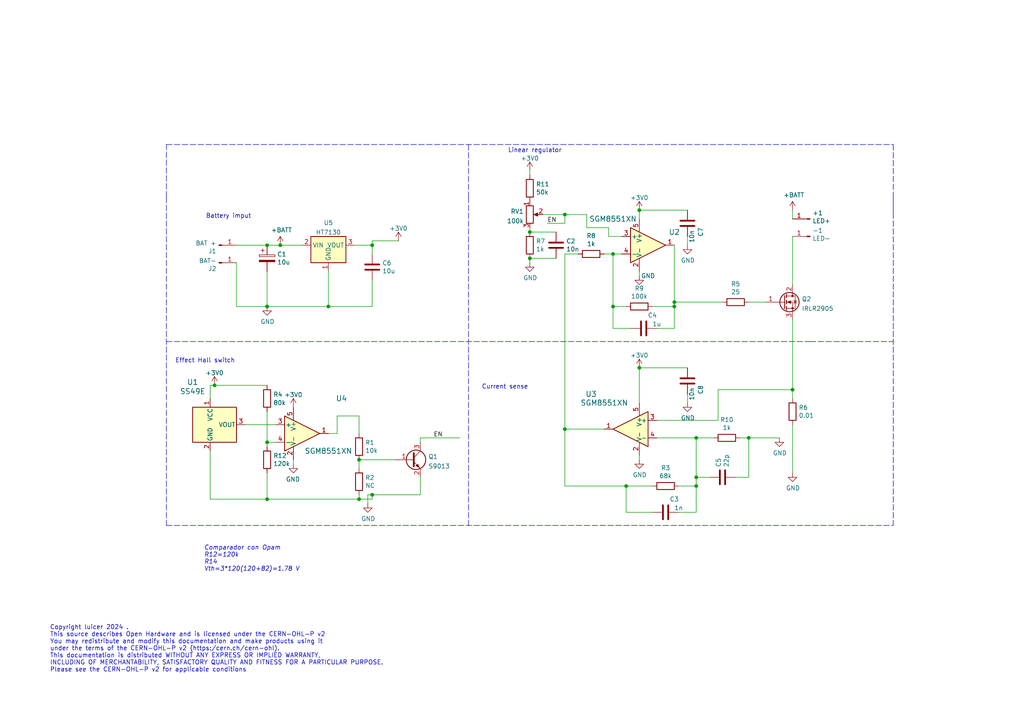
<source format=kicad_sch>
(kicad_sch (version 20211123) (generator eeschema)
  (paper "A4")
  (title_block (title "Driver Regulador lineal") (company "Luicer's Lab"))
  (lib_symbols
    (symbol "Buck:SGM8551XN" (pin_names (offset 0.254))
      (property "Reference" "U" (at 30.48 6.35 0))
      (property "Value" "SGM8551XN" (at 30.48 3.81 0))
      (symbol "SGM8551XN_1_1"
        (polyline (pts (xy 26.67 -3.81) (xy 16.51 1.27) (xy 16.51 -8.89) (xy 26.67 -3.81)) (stroke (width 0.254)) (fill (type background)))
        (pin output line (at 29.21 -3.81 180) (length 2.54) (name "~") (number "1"))
        (pin power_in line (at 19.05 -11.43 90) (length 3.81) (name "V-") (number "2"))
        (pin input line (at 13.97 -1.27 0) (length 2.54) (name "+") (number "3"))
        (pin input line (at 13.97 -6.35 0) (length 2.54) (name "-") (number "4"))
        (pin power_in line (at 19.05 3.81 270) (length 3.81) (name "V+") (number "5"))
      )
    )
    (symbol "Buck:SS49E" (pin_names (offset 0.254))
      (property "Reference" "U" (at 20.32 10.16 0))
      (property "Value" "SS49E" (at 20.32 7.62 0))
      (symbol "SS49E_1_1"
        (rectangle (start 20.32 2.54) (end 33.02 -7.62) (stroke (width 0.254)) (fill (type background)))
        (pin power_in line (at 25.4 5.08 270) (length 2.54) (name "VCC") (number "1"))
        (pin power_in line (at 25.4 -10.16 90) (length 2.54) (name "GND") (number "2"))
        (pin output line (at 35.56 -2.54 180) (length 2.54) (name "VOUT") (number "3"))
      )
    )
    (symbol "Connector:Conn_01x01_Male" (pin_names (offset 1.016) hide)
      (property "Reference" "J" (at 0 2.54 0))
      (property "Value" "Conn_01x01_Male" (at 0 -2.54 0))
      (symbol "Conn_01x01_Male_1_1"
        (polyline (pts (xy 1.27 0) (xy 0.8636 0)) (stroke (width 0.1524)))
        (rectangle (start 0.8636 0.127) (end 0 -0.127) (stroke (width 0.1524)) (fill (type outline)))
        (pin passive line (at 5.08 0 180) (length 3.81) (name "Pin_1") (number "1"))
      )
    )
    (symbol "Device:C" (pin_numbers hide) (pin_names (offset 0.254))
      (property "Reference" "C" (at 0.635 2.54 0))
      (property "Value" "C" (at 0.635 -2.54 0))
      (symbol "C_0_1"
        (polyline (pts (xy -2.032 -0.762) (xy 2.032 -0.762)) (stroke (width 0.508)))
        (polyline (pts (xy -2.032 0.762) (xy 2.032 0.762)) (stroke (width 0.508)))
      )
      (symbol "C_1_1"
        (pin passive line (at 0 3.81 270) (length 2.794) (name "~") (number "1"))
        (pin passive line (at 0 -3.81 90) (length 2.794) (name "~") (number "2"))
      )
    )
    (symbol "Device:C_Polarized" (pin_numbers hide) (pin_names (offset 0.254))
      (property "Reference" "C" (at 0.635 2.54 0))
      (property "Value" "C_Polarized" (at 0.635 -2.54 0))
      (symbol "C_Polarized_0_1"
        (rectangle (start -2.286 0.508) (end 2.286 1.016))
        (polyline (pts (xy -1.778 2.286) (xy -0.762 2.286)))
        (polyline (pts (xy -1.27 2.794) (xy -1.27 1.778)))
        (rectangle (start 2.286 -0.508) (end -2.286 -1.016) (fill (type outline)))
      )
      (symbol "C_Polarized_1_1"
        (pin passive line (at 0 3.81 270) (length 2.794) (name "~") (number "1"))
        (pin passive line (at 0 -3.81 90) (length 2.794) (name "~") (number "2"))
      )
    )
    (symbol "Device:R" (pin_numbers hide) (pin_names (offset 0))
      (property "Reference" "R" (at 2.032 0 90))
      (property "Value" "R" (at 0 0 90))
      (symbol "R_0_1"
        (rectangle (start -1.016 -2.54) (end 1.016 2.54) (stroke (width 0.254)))
      )
      (symbol "R_1_1"
        (pin passive line (at 0 3.81 270) (length 1.27) (name "~") (number "1"))
        (pin passive line (at 0 -3.81 90) (length 1.27) (name "~") (number "2"))
      )
    )
    (symbol "Device:R_Potentiometer" (pin_names (offset 1.016) hide)
      (property "Reference" "RV" (at -4.445 0 90))
      (property "Value" "R_Potentiometer" (at -2.54 0 90))
      (symbol "R_Potentiometer_0_1"
        (polyline (pts (xy 2.54 0) (xy 1.524 0)))
        (polyline (pts (xy 1.143 0) (xy 2.286 0.508) (xy 2.286 -0.508) (xy 1.143 0)) (fill (type outline)))
        (rectangle (start 1.016 2.54) (end -1.016 -2.54) (stroke (width 0.254)))
      )
      (symbol "R_Potentiometer_1_1"
        (pin passive line (at 0 3.81 270) (length 1.27) (name "1") (number "1"))
        (pin passive line (at 3.81 0 180) (length 1.27) (name "2") (number "2"))
        (pin passive line (at 0 -3.81 90) (length 1.27) (name "3") (number "3"))
      )
    )
    (symbol "Regulator_Linear:HT75xx-1-SOT89"
      (property "Reference" "U" (at -5.08 -3.81 0))
      (property "Value" "HT75xx-1-SOT89" (at 0 6.35 0))
      (symbol "HT75xx-1-SOT89_0_1"
        (rectangle (start -5.08 5.08) (end 5.08 -2.54) (stroke (width 0.254)) (fill (type background)))
      )
      (symbol "HT75xx-1-SOT89_1_1"
        (pin power_in line (at 0 -5.08 90) (length 2.54) (name "GND") (number "1"))
        (pin power_in line (at -7.62 2.54 0) (length 2.54) (name "VIN") (number "2"))
        (pin power_out line (at 7.62 2.54 180) (length 2.54) (name "VOUT") (number "3"))
      )
    )
    (symbol "Transistor_BJT:MMBT3904" (pin_names (offset 0) hide)
      (property "Reference" "Q" (at 5.08 1.905 0))
      (property "Value" "MMBT3904" (at 5.08 0 0))
      (symbol "MMBT3904_0_1"
        (polyline (pts (xy 0.635 0.635) (xy 2.54 2.54)))
        (polyline (pts (xy 0.635 -0.635) (xy 2.54 -2.54) (xy 2.54 -2.54)))
        (polyline (pts (xy 0.635 1.905) (xy 0.635 -1.905) (xy 0.635 -1.905)) (stroke (width 0.508)))
        (polyline (pts (xy 1.27 -1.778) (xy 1.778 -1.27) (xy 2.286 -2.286) (xy 1.27 -1.778) (xy 1.27 -1.778)) (fill (type outline)))
        (circle (center 1.27 0) (radius 2.8194) (stroke (width 0.254)))
      )
      (symbol "MMBT3904_1_1"
        (pin input line (at -5.08 0 0) (length 5.715) (name "B") (number "1"))
        (pin passive line (at 2.54 -5.08 90) (length 2.54) (name "E") (number "2"))
        (pin passive line (at 2.54 5.08 270) (length 2.54) (name "C") (number "3"))
      )
    )
    (symbol "Transistor_FET:IRLZ44N" (pin_names hide)
      (property "Reference" "Q" (at 6.35 1.905 0))
      (property "Value" "IRLZ44N" (at 6.35 0 0))
      (symbol "IRLZ44N_0_1"
        (polyline (pts (xy 0.254 0) (xy -2.54 0)))
        (polyline (pts (xy 0.254 1.905) (xy 0.254 -1.905)) (stroke (width 0.254)))
        (polyline (pts (xy 0.762 -1.27) (xy 0.762 -2.286)) (stroke (width 0.254)))
        (polyline (pts (xy 0.762 0.508) (xy 0.762 -0.508)) (stroke (width 0.254)))
        (polyline (pts (xy 0.762 2.286) (xy 0.762 1.27)) (stroke (width 0.254)))
        (polyline (pts (xy 2.54 2.54) (xy 2.54 1.778)))
        (polyline (pts (xy 2.54 -2.54) (xy 2.54 0) (xy 0.762 0)))
        (polyline (pts (xy 0.762 -1.778) (xy 3.302 -1.778) (xy 3.302 1.778) (xy 0.762 1.778)))
        (polyline (pts (xy 1.016 0) (xy 2.032 0.381) (xy 2.032 -0.381) (xy 1.016 0)) (fill (type outline)))
        (polyline (pts (xy 2.794 0.508) (xy 2.921 0.381) (xy 3.683 0.381) (xy 3.81 0.254)))
        (polyline (pts (xy 3.302 0.381) (xy 2.921 -0.254) (xy 3.683 -0.254) (xy 3.302 0.381)))
        (circle (center 1.651 0) (radius 2.794) (stroke (width 0.254)))
        (circle (center 2.54 -1.778) (radius 0.254) (fill (type outline)))
        (circle (center 2.54 1.778) (radius 0.254) (fill (type outline)))
      )
      (symbol "IRLZ44N_1_1"
        (pin input line (at -5.08 0 0) (length 2.54) (name "G") (number "1"))
        (pin passive line (at 2.54 5.08 270) (length 2.54) (name "D") (number "2"))
        (pin passive line (at 2.54 -5.08 90) (length 2.54) (name "S") (number "3"))
      )
    )
    (symbol "power:+3V0" (power) (pin_names (offset 0))
      (property "Value" "+3V0" (at 0 3.556 0))
      (symbol "+3V0_0_1"
        (polyline (pts (xy -0.762 1.27) (xy 0 2.54)))
        (polyline (pts (xy 0 0) (xy 0 2.54)))
        (polyline (pts (xy 0 2.54) (xy 0.762 1.27)))
      )
      (symbol "+3V0_1_1"
        (pin power_in line (at 0 0 90) (length 0) hide (name "+3V0") (number "1"))
      )
    )
    (symbol "power:+BATT" (power) (pin_names (offset 0))
      (property "Value" "+BATT" (at 0 3.556 0))
      (symbol "+BATT_0_1"
        (polyline (pts (xy -0.762 1.27) (xy 0 2.54)))
        (polyline (pts (xy 0 0) (xy 0 2.54)))
        (polyline (pts (xy 0 2.54) (xy 0.762 1.27)))
      )
      (symbol "+BATT_1_1"
        (pin power_in line (at 0 0 90) (length 0) hide (name "+BATT") (number "1"))
      )
    )
    (symbol "power:GND" (power) (pin_names (offset 0))
      (property "Value" "GND" (at 0 -3.81 0))
      (symbol "GND_0_1"
        (polyline (pts (xy 0 0) (xy 0 -1.27) (xy 1.27 -1.27) (xy 0 -2.54) (xy -1.27 -1.27) (xy 0 -1.27)))
      )
      (symbol "GND_1_1"
        (pin power_in line (at 0 0 270) (length 0) hide (name "GND") (number "1"))
      )
    )
  )
  (junction (at 153.67 67.31))
  (junction (at 201.93 127))
  (junction (at 177.8 73.66))
  (junction (at 181.61 140.97))
  (junction (at 107.95 71.12))
  (junction (at 229.87 113.03))
  (junction (at 185.42 106.68))
  (junction (at 77.47 128.27))
  (junction (at 201.93 140.97))
  (junction (at 195.58 88.9))
  (junction (at 62.23 111.76))
  (junction (at 163.83 124.46))
  (junction (at 77.47 88.9))
  (junction (at 163.83 62.23))
  (junction (at 177.8 88.9))
  (junction (at 195.58 87.63))
  (junction (at 77.47 71.12))
  (junction (at 104.14 144.78))
  (junction (at 201.93 138.43))
  (junction (at 77.47 144.78))
  (junction (at 104.14 133.35))
  (junction (at 95.25 88.9))
  (junction (at 217.17 127))
  (junction (at 185.42 60.96))
  (junction (at 107.95 143.51))
  (junction (at 81.28 71.12))
  (junction (at 153.67 74.93))
  (wire (pts (xy 181.61 140.97) (xy 189.23 140.97)))
  (wire (pts (xy 60.96 111.76) (xy 60.96 115.57)))
  (polyline (pts (xy 234.95 99.06) (xy 259.08 99.06)))
  (polyline (pts (xy 48.26 99.06) (xy 234.95 99.06)))
  (wire (pts (xy 97.79 120.65) (xy 104.14 120.65)))
  (wire (pts (xy 85.09 133.35) (xy 85.09 134.62)))
  (wire (pts (xy 201.93 148.59) (xy 196.85 148.59)))
  (polyline (pts (xy 259.08 57.15) (xy 259.08 152.4)))
  (wire (pts (xy 229.87 68.58) (xy 229.87 82.55)))
  (wire (pts (xy 77.47 71.12) (xy 81.28 71.12)))
  (wire (pts (xy 77.47 128.27) (xy 77.47 129.54)))
  (wire (pts (xy 121.92 127) (xy 121.92 128.27)))
  (wire (pts (xy 60.96 144.78) (xy 77.47 144.78)))
  (wire (pts (xy 185.42 106.68) (xy 185.42 116.84)))
  (wire (pts (xy 213.36 138.43) (xy 217.17 138.43)))
  (wire (pts (xy 77.47 78.74) (xy 77.47 88.9)))
  (wire (pts (xy 176.53 66.04) (xy 176.53 68.58)))
  (wire (pts (xy 163.83 62.23) (xy 170.18 62.23)))
  (wire (pts (xy 229.87 63.5) (xy 229.87 60.96)))
  (wire (pts (xy 167.64 73.66) (xy 163.83 73.66)))
  (wire (pts (xy 229.87 123.19) (xy 229.87 137.16)))
  (wire (pts (xy 77.47 119.38) (xy 77.47 128.27)))
  (wire (pts (xy 107.95 88.9) (xy 95.25 88.9)))
  (wire (pts (xy 163.83 73.66) (xy 163.83 124.46)))
  (wire (pts (xy 189.23 88.9) (xy 195.58 88.9)))
  (wire (pts (xy 157.48 62.23) (xy 163.83 62.23)))
  (wire (pts (xy 77.47 88.9) (xy 68.58 88.9)))
  (wire (pts (xy 104.14 133.35) (xy 114.3 133.35)))
  (wire (pts (xy 217.17 138.43) (xy 217.17 127)))
  (wire (pts (xy 176.53 68.58) (xy 180.34 68.58)))
  (wire (pts (xy 60.96 111.76) (xy 62.23 111.76)))
  (wire (pts (xy 121.92 127) (xy 133.35 127)))
  (wire (pts (xy 153.67 67.31) (xy 161.29 67.31)))
  (wire (pts (xy 185.42 80.01) (xy 185.42 78.74)))
  (wire (pts (xy 163.83 124.46) (xy 175.26 124.46)))
  (wire (pts (xy 177.8 95.25) (xy 182.88 95.25)))
  (wire (pts (xy 71.12 123.19) (xy 80.01 123.19)))
  (polyline (pts (xy 259.08 41.91) (xy 259.08 62.23)))
  (wire (pts (xy 185.42 60.96) (xy 199.39 60.96)))
  (wire (pts (xy 170.18 66.04) (xy 176.53 66.04)))
  (wire (pts (xy 102.87 71.12) (xy 107.95 71.12)))
  (wire (pts (xy 195.58 87.63) (xy 195.58 88.9)))
  (polyline (pts (xy 48.26 152.4) (xy 259.08 152.4)))
  (wire (pts (xy 153.67 66.04) (xy 153.67 67.31)))
  (wire (pts (xy 158.75 64.77) (xy 163.83 64.77)))
  (wire (pts (xy 177.8 73.66) (xy 180.34 73.66)))
  (wire (pts (xy 106.68 143.51) (xy 107.95 143.51)))
  (wire (pts (xy 95.25 78.74) (xy 95.25 88.9)))
  (wire (pts (xy 190.5 121.92) (xy 208.28 121.92)))
  (wire (pts (xy 104.14 143.51) (xy 104.14 144.78)))
  (wire (pts (xy 68.58 76.2) (xy 68.58 88.9)))
  (wire (pts (xy 106.68 143.51) (xy 106.68 146.05)))
  (wire (pts (xy 170.18 62.23) (xy 170.18 66.04)))
  (wire (pts (xy 175.26 73.66) (xy 177.8 73.66)))
  (wire (pts (xy 185.42 60.96) (xy 185.42 63.5)))
  (wire (pts (xy 195.58 87.63) (xy 209.55 87.63)))
  (wire (pts (xy 201.93 138.43) (xy 201.93 127)))
  (wire (pts (xy 201.93 140.97) (xy 201.93 148.59)))
  (wire (pts (xy 201.93 127) (xy 207.01 127)))
  (wire (pts (xy 107.95 81.28) (xy 107.95 88.9)))
  (wire (pts (xy 107.95 143.51) (xy 121.92 143.51)))
  (wire (pts (xy 153.67 74.93) (xy 153.67 76.2)))
  (wire (pts (xy 229.87 113.03) (xy 229.87 115.57)))
  (wire (pts (xy 107.95 144.78) (xy 107.95 143.51)))
  (wire (pts (xy 201.93 140.97) (xy 201.93 138.43)))
  (wire (pts (xy 163.83 62.23) (xy 163.83 64.77)))
  (polyline (pts (xy 135.89 57.15) (xy 135.89 152.4)))
  (wire (pts (xy 95.25 125.73) (xy 97.79 125.73)))
  (wire (pts (xy 190.5 127) (xy 201.93 127)))
  (wire (pts (xy 185.42 106.68) (xy 199.39 106.68)))
  (wire (pts (xy 153.67 49.53) (xy 153.67 50.8)))
  (wire (pts (xy 229.87 92.71) (xy 229.87 113.03)))
  (wire (pts (xy 181.61 88.9) (xy 177.8 88.9)))
  (wire (pts (xy 62.23 111.76) (xy 77.47 111.76)))
  (wire (pts (xy 77.47 128.27) (xy 80.01 128.27)))
  (wire (pts (xy 214.63 127) (xy 217.17 127)))
  (wire (pts (xy 199.39 68.58) (xy 199.39 71.12)))
  (wire (pts (xy 163.83 124.46) (xy 163.83 140.97)))
  (polyline (pts (xy 48.26 57.15) (xy 48.26 152.4)))
  (wire (pts (xy 208.28 113.03) (xy 229.87 113.03)))
  (wire (pts (xy 95.25 88.9) (xy 77.47 88.9)))
  (wire (pts (xy 177.8 88.9) (xy 177.8 95.25)))
  (wire (pts (xy 208.28 121.92) (xy 208.28 113.03)))
  (wire (pts (xy 163.83 140.97) (xy 181.61 140.97)))
  (wire (pts (xy 185.42 132.08) (xy 185.42 133.35)))
  (polyline (pts (xy 135.89 41.91) (xy 135.89 57.15)))
  (wire (pts (xy 104.14 133.35) (xy 104.14 135.89)))
  (wire (pts (xy 205.74 138.43) (xy 201.93 138.43)))
  (wire (pts (xy 121.92 138.43) (xy 121.92 143.51)))
  (wire (pts (xy 189.23 148.59) (xy 181.61 148.59)))
  (wire (pts (xy 107.95 73.66) (xy 107.95 71.12)))
  (wire (pts (xy 195.58 71.12) (xy 195.58 87.63)))
  (polyline (pts (xy 48.26 57.15) (xy 48.26 41.91)))
  (wire (pts (xy 195.58 95.25) (xy 195.58 88.9)))
  (wire (pts (xy 217.17 127) (xy 226.06 127)))
  (wire (pts (xy 81.28 71.12) (xy 87.63 71.12)))
  (polyline (pts (xy 48.26 41.91) (xy 259.08 41.91)))
  (wire (pts (xy 104.14 144.78) (xy 107.95 144.78)))
  (wire (pts (xy 97.79 120.65) (xy 97.79 125.73)))
  (wire (pts (xy 77.47 137.16) (xy 77.47 144.78)))
  (wire (pts (xy 104.14 120.65) (xy 104.14 125.73)))
  (wire (pts (xy 68.58 71.12) (xy 77.47 71.12)))
  (wire (pts (xy 199.39 114.3) (xy 199.39 116.84)))
  (wire (pts (xy 217.17 87.63) (xy 222.25 87.63)))
  (wire (pts (xy 153.67 74.93) (xy 161.29 74.93)))
  (wire (pts (xy 196.85 140.97) (xy 201.93 140.97)))
  (wire (pts (xy 107.95 69.85) (xy 107.95 71.12)))
  (wire (pts (xy 115.57 69.85) (xy 107.95 69.85)))
  (wire (pts (xy 181.61 148.59) (xy 181.61 140.97)))
  (wire (pts (xy 190.5 95.25) (xy 195.58 95.25)))
  (wire (pts (xy 177.8 73.66) (xy 177.8 88.9)))
  (wire (pts (xy 77.47 144.78) (xy 104.14 144.78)))
  (wire (pts (xy 60.96 130.81) (xy 60.96 144.78)))
  (text "Linear regulator" (at 147.32 44.45 0) (effects (font (size 1.27 1.27)) (justify left bottom)))
  (text "Copyright luicer 2024 .\nThis source describes Open Hardware and is licensed under the CERN-OHL-P v2\nYou may redistribute and modify this documentation and make products using it \nunder the terms of the CERN-OHL-P v2 (https:/cern.ch/cern-ohl).\nThis documentation is distributed WITHOUT ANY EXPRESS OR IMPLIED WARRANTY, \nINCLUDING OF MERCHANTABILITY, SATISFACTORY QUALITY AND FITNESS FOR A PARTICULAR PURPOSE. \nPlease see the CERN-OHL-P v2 for applicable conditions\n" (at 14.478 195.072 0) (effects (font (size 1.27 1.27)) (justify left bottom)))
  (text "Battery imput" (at 59.69 63.5 0) (effects (font (size 1.27 1.27)) (justify left bottom)))
  (text "Effect Hall switch\n" (at 50.8 105.41 0) (effects (font (size 1.27 1.27)) (justify left bottom)))
  (text "Current sense\n" (at 139.7 113.03 0) (effects (font (size 1.27 1.27)) (justify left bottom)))
  (text "Comparador con Opam\nR12=120k\nR14\nVth=3*120(120+82)=1.78 V" (at 59.182 165.862 0) (effects (font (size 1.27 1.27) italic) (justify left bottom)))
  (label "EN" (at 125.73 127 0))
  (label "EN" (at 158.75 64.77 0))
  (symbol (lib_id "Device:R") (at 193.04 140.97 270) (unit 1)
    (property "Reference" "R3" (at 193.04 135.7122 90))
    (property "Value" "68k" (at 193.04 138.0236 90))
    (property "Footprint" "Resistor_SMD:R_0805_2012Metric_Pad1.15x1.40mm_HandSolder" (effects hide))
  )
  (symbol (lib_id "Buck:SGM8551XN") (at 204.47 120.65 0) (mirror y) (unit 1)
    (property "Reference" "U3" (at 171.45 114.3 0) (effects (font (size 1.524 1.524))))
    (property "Value" "SGM8551XN" (at 175.26 116.84 0) (effects (font (size 1.524 1.524))))
    (property "Footprint" "Package_TO_SOT_SMD:SOT-23-5" (effects hide))
  )
  (symbol (lib_id "power:GND") (at 226.06 127 0) (unit 1)
    (property "Reference" "#PWR010" (effects hide))
    (property "Value" "GND" (at 226.187 131.3942 0))
  )
  (symbol (lib_id "power:GND") (at 185.42 133.35 0) (unit 1)
    (property "Reference" "#PWR08" (effects hide))
    (property "Value" "GND" (at 185.547 137.7442 0))
  )
  (symbol (lib_id "Device:C") (at 193.04 148.59 270) (unit 1)
    (property "Reference" "C3" (at 195.58 144.78 90))
    (property "Value" "1n" (at 196.85 147.32 90))
    (property "Footprint" "Capacitor_SMD:C_0805_2012Metric_Pad1.15x1.40mm_HandSolder" (effects hide))
  )
  (symbol (lib_id "Buck:SS49E") (at 35.56 120.65 0) (unit 1)
    (property "Reference" "U1" (at 55.88 110.8202 0) (effects (font (size 1.524 1.524))))
    (property "Value" "SS49E" (at 55.88 113.5126 0) (effects (font (size 1.524 1.524))))
    (property "Footprint" "Linterna_MT340L:SS49E" (effects hide))
  )
  (symbol (lib_id "Connector:Conn_01x01_Male") (at 63.5 71.12 0) (unit 1)
    (property "Reference" "J1" (at 62.7888 72.8472 0) (effects (justify right)))
    (property "Value" "BAT +" (at 62.7888 70.5358 0) (effects (justify right)))
    (property "Footprint" "Linterna_MT340L:Lin_Pad+" (effects hide))
  )
  (symbol (lib_id "Connector:Conn_01x01_Male") (at 63.5 76.2 0) (unit 1)
    (property "Reference" "J2" (at 62.7888 77.9272 0) (effects (justify right)))
    (property "Value" "BAT-" (at 62.7888 75.6158 0) (effects (justify right)))
    (property "Footprint" "Linterna_MT340L:Lin_Pad1-" (effects hide))
  )
  (symbol (lib_id "Device:C_Polarized") (at 77.47 74.93 0) (unit 1)
    (property "Reference" "C1" (at 80.391 73.7616 0) (effects (justify left)))
    (property "Value" "10u" (at 80.391 76.073 0) (effects (justify left)))
    (property "Footprint" "Capacitor_Tantalum_SMD:CP_EIA-3216-18_Kemet-A_Pad1.58x1.35mm_HandSolder" (effects hide))
  )
  (symbol (lib_id "power:GND") (at 77.47 88.9 0) (unit 1)
    (property "Reference" "#PWR01" (effects hide))
    (property "Value" "GND" (at 77.597 93.2942 0))
  )
  (symbol (lib_id "power:+BATT") (at 81.28 71.12 0) (unit 1)
    (property "Reference" "#PWR02" (effects hide))
    (property "Value" "+BATT" (at 81.661 66.7258 0))
  )
  (symbol (lib_id "Device:R") (at 104.14 129.54 0) (unit 1)
    (property "Reference" "R1" (at 105.918 128.3716 0) (effects (justify left)))
    (property "Value" "10k" (at 105.918 130.683 0) (effects (justify left)))
    (property "Footprint" "Resistor_SMD:R_0805_2012Metric_Pad1.20x1.40mm_HandSolder" (effects hide))
  )
  (symbol (lib_id "Device:R") (at 104.14 139.7 0) (unit 1)
    (property "Reference" "R2" (at 105.918 138.5316 0) (effects (justify left)))
    (property "Value" "NC" (at 105.918 140.843 0) (effects (justify left)))
    (property "Footprint" "Resistor_SMD:R_0805_2012Metric_Pad1.15x1.40mm_HandSolder" (effects hide))
  )
  (symbol (lib_id "power:GND") (at 106.68 146.05 0) (unit 1)
    (property "Reference" "#PWR05" (effects hide))
    (property "Value" "GND" (at 106.807 150.4442 0))
  )
  (symbol (lib_id "Device:C") (at 209.55 138.43 90) (unit 1)
    (property "Reference" "C5" (at 208.3816 135.509 0) (effects (justify left)))
    (property "Value" "22p" (at 210.693 135.509 0) (effects (justify left)))
    (property "Footprint" "Capacitor_SMD:C_0805_2012Metric_Pad1.15x1.40mm_HandSolder" (effects hide))
  )
  (symbol (lib_id "power:+3V0") (at 185.42 60.96 0) (unit 1)
    (property "Reference" "#PWR011" (effects hide))
    (property "Value" "+3V0" (at 185.42 57.3555 0))
  )
  (symbol (lib_id "Device:R") (at 153.67 71.12 0) (unit 1)
    (property "Reference" "R7" (at 155.448 69.9516 0) (effects (justify left)))
    (property "Value" "1k" (at 155.448 72.263 0) (effects (justify left)))
    (property "Footprint" "Resistor_SMD:R_0805_2012Metric_Pad1.20x1.40mm_HandSolder" (effects hide))
  )
  (symbol (lib_id "Device:C") (at 161.29 71.12 0) (unit 1)
    (property "Reference" "C2" (at 164.211 69.9516 0) (effects (justify left)))
    (property "Value" "10n" (at 164.211 72.263 0) (effects (justify left)))
    (property "Footprint" "Resistor_SMD:R_0805_2012Metric_Pad1.20x1.40mm_HandSolder" (effects hide))
  )
  (symbol (lib_id "Transistor_BJT:MMBT3904") (at 119.38 133.35 0) (unit 1)
    (property "Reference" "Q1" (at 124.2314 132.4415 0) (effects (justify left)))
    (property "Value" "S9013" (at 124.2314 135.2166 0) (effects (justify left)))
    (property "Footprint" "Package_TO_SOT_SMD:SOT-23" (effects hide))
    (property "Datasheet" "https://www.onsemi.com/pub/Collateral/2N3903-D.PDF" (effects hide))
  )
  (symbol (lib_id "Device:R_Potentiometer") (at 153.67 62.23 0) (unit 1)
    (property "Reference" "RV1" (at 151.8921 61.3215 0) (effects (justify right)))
    (property "Value" "100k" (at 151.8921 64.0966 0) (effects (justify right)))
    (property "Footprint" "Linterna_MT340L:TC33X-2-103E" (effects hide))
  )
  (symbol (lib_id "power:+3V0") (at 153.67 49.53 0) (unit 1)
    (property "Reference" "#PWR06" (effects hide))
    (property "Value" "+3V0" (at 153.67 45.9255 0))
  )
  (symbol (lib_id "Device:R") (at 213.36 87.63 270) (unit 1)
    (property "Reference" "R5" (at 213.36 82.3722 90))
    (property "Value" "25" (at 213.36 84.6836 90))
    (property "Footprint" "Resistor_SMD:R_0805_2012Metric_Pad1.20x1.40mm_HandSolder" (effects hide))
  )
  (symbol (lib_id "Device:C") (at 199.39 64.77 180) (unit 1)
    (property "Reference" "C7" (at 203.2 67.31 90))
    (property "Value" "10n" (at 200.66 68.58 90))
    (property "Footprint" "Capacitor_SMD:C_0805_2012Metric_Pad1.18x1.45mm_HandSolder" (effects hide))
  )
  (symbol (lib_id "power:GND") (at 185.42 80.01 0) (unit 1)
    (property "Reference" "#PWR015" (effects hide))
    (property "Value" "GND" (at 187.96 80.01 0))
  )
  (symbol (lib_id "Device:C") (at 199.39 110.49 180) (unit 1)
    (property "Reference" "C8" (at 203.2 113.03 90))
    (property "Value" "10n" (at 200.66 114.3 90))
    (property "Footprint" "Capacitor_SMD:C_0805_2012Metric_Pad1.18x1.45mm_HandSolder" (effects hide))
  )
  (symbol (lib_id "power:+BATT") (at 229.87 60.96 0) (unit 1)
    (property "Reference" "#PWR017" (effects hide))
    (property "Value" "+BATT" (at 230.251 56.5658 0))
  )
  (symbol (lib_id "power:GND") (at 153.67 76.2 0) (unit 1)
    (property "Reference" "#PWR09" (effects hide))
    (property "Value" "GND" (at 153.797 80.5942 0))
  )
  (symbol (lib_id "Buck:SGM8551XN") (at 66.04 121.92 0) (unit 1)
    (property "Reference" "U4" (at 99.06 115.57 0) (effects (font (size 1.524 1.524))))
    (property "Value" "SGM8551XN" (at 95.25 130.81 0) (effects (font (size 1.524 1.524))))
    (property "Footprint" "Package_TO_SOT_SMD:SOT-23-5" (effects hide))
  )
  (symbol (lib_id "Device:R") (at 171.45 73.66 270) (unit 1)
    (property "Reference" "R8" (at 171.45 68.4022 90))
    (property "Value" "1k" (at 171.45 70.7136 90))
    (property "Footprint" "Resistor_SMD:R_0805_2012Metric_Pad1.20x1.40mm_HandSolder" (effects hide))
  )
  (symbol (lib_id "power:GND") (at 229.87 137.16 0) (unit 1)
    (property "Reference" "#PWR018" (effects hide))
    (property "Value" "GND" (at 229.997 141.5542 0))
  )
  (symbol (lib_id "Device:R") (at 185.42 88.9 270) (unit 1)
    (property "Reference" "R9" (at 185.42 83.6422 90))
    (property "Value" "100k" (at 185.42 85.9536 90))
    (property "Footprint" "Resistor_SMD:R_0805_2012Metric_Pad1.20x1.40mm_HandSolder" (effects hide))
  )
  (symbol (lib_id "Device:R") (at 229.87 119.38 0) (unit 1)
    (property "Reference" "R6" (at 231.648 118.2116 0) (effects (justify left)))
    (property "Value" "0.01" (at 231.648 120.523 0) (effects (justify left)))
    (property "Footprint" "Resistor_SMD:R_2512_6332Metric_Pad1.40x3.35mm_HandSolder" (effects hide))
  )
  (symbol (lib_id "power:+3V0") (at 62.23 111.76 0) (unit 1)
    (property "Reference" "#PWR03" (effects hide))
    (property "Value" "+3V0" (at 62.23 108.1555 0))
  )
  (symbol (lib_id "power:GND") (at 85.09 134.62 0) (mirror y) (unit 1)
    (property "Reference" "#PWR07" (effects hide))
    (property "Value" "GND" (at 84.963 139.0142 0))
  )
  (symbol (lib_id "Device:C") (at 107.95 77.47 0) (unit 1)
    (property "Reference" "C6" (at 110.871 76.3016 0) (effects (justify left)))
    (property "Value" "10u" (at 110.871 78.613 0) (effects (justify left)))
    (property "Footprint" "Capacitor_SMD:C_0805_2012Metric_Pad1.18x1.45mm_HandSolder" (effects hide))
  )
  (symbol (lib_id "Device:R") (at 77.47 133.35 0) (unit 1)
    (property "Reference" "R12" (at 79.248 132.1816 0) (effects (justify left)))
    (property "Value" "120k" (at 79.248 134.493 0) (effects (justify left)))
    (property "Footprint" "Resistor_SMD:R_0805_2012Metric_Pad1.20x1.40mm_HandSolder" (effects hide))
  )
  (symbol (lib_id "power:GND") (at 199.39 71.12 0) (unit 1)
    (property "Reference" "#PWR016" (effects hide))
    (property "Value" "GND" (at 199.517 75.5142 0))
  )
  (symbol (lib_id "Device:R") (at 77.47 115.57 0) (unit 1)
    (property "Reference" "R4" (at 79.248 114.4016 0) (effects (justify left)))
    (property "Value" "80k" (at 79.248 116.84 0) (effects (justify left)))
    (property "Footprint" "Resistor_SMD:R_0805_2012Metric_Pad1.20x1.40mm_HandSolder" (effects hide))
  )
  (symbol (lib_id "Regulator_Linear:HT75xx-1-SOT89") (at 95.25 73.66 0) (unit 1)
    (property "Reference" "U5" (at 95.25 64.6135 0))
    (property "Value" "HT7130" (at 95.25 67.3886 0))
    (property "Footprint" "Package_TO_SOT_SMD:SOT-89-3" (effects hide))
    (property "Datasheet" "https://www.holtek.com/documents/10179/116711/HT75xx-1v250.pdf" (effects hide))
  )
  (symbol (lib_id "Device:C") (at 186.69 95.25 270) (unit 1)
    (property "Reference" "C4" (at 189.23 91.44 90))
    (property "Value" "1u" (at 190.5 93.98 90))
    (property "Footprint" "Capacitor_SMD:C_0805_2012Metric_Pad1.18x1.45mm_HandSolder" (effects hide))
  )
  (symbol (lib_id "power:+3V0") (at 85.09 118.11 0) (mirror y) (unit 1)
    (property "Reference" "#PWR04" (effects hide))
    (property "Value" "+3V0" (at 85.09 114.5055 0))
  )
  (symbol (lib_id "Connector:Conn_01x01_Male") (at 234.95 63.5 180) (unit 1)
    (property "Reference" "+1" (at 235.6612 61.7728 0) (effects (justify right)))
    (property "Value" "LED+" (at 235.6612 64.0842 0) (effects (justify right)))
    (property "Footprint" "Linterna_MT340L:Solder_Pad3_3" (effects hide))
  )
  (symbol (lib_id "Device:R") (at 210.82 127 270) (unit 1)
    (property "Reference" "R10" (at 210.82 121.7422 90))
    (property "Value" "1k" (at 210.82 124.0536 90))
    (property "Footprint" "Resistor_SMD:R_0805_2012Metric_Pad1.20x1.40mm_HandSolder" (effects hide))
  )
  (symbol (lib_id "Connector:Conn_01x01_Male") (at 234.95 68.58 180) (unit 1)
    (property "Reference" "-1" (at 235.6612 66.8528 0) (effects (justify right)))
    (property "Value" "LED-" (at 235.6612 69.1642 0) (effects (justify right)))
    (property "Footprint" "Linterna_MT340L:Solder_Pad3_3" (effects hide))
  )
  (symbol (lib_id "power:+3V0") (at 185.42 106.68 0) (unit 1)
    (property "Reference" "#PWR013" (effects hide))
    (property "Value" "+3V0" (at 185.42 103.0755 0))
  )
  (symbol (lib_id "Transistor_FET:IRLZ44N") (at 227.33 87.63 0) (unit 1)
    (property "Reference" "Q2" (at 232.537 86.7215 0) (effects (justify left)))
    (property "Value" "IRLR2905" (at 232.537 89.4966 0) (effects (justify left)))
    (property "Footprint" "Package_TO_SOT_SMD:TO-252-3_TabPin2" (effects hide))
    (property "Datasheet" "http://www.irf.com/product-info/datasheets/data/irlz44n.pdf" (effects hide))
  )
  (symbol (lib_id "power:GND") (at 199.39 116.84 0) (unit 1)
    (property "Reference" "#PWR014" (effects hide))
    (property "Value" "GND" (at 199.517 121.2342 0))
  )
  (symbol (lib_id "Device:R") (at 153.67 54.61 0) (unit 1)
    (property "Reference" "R11" (at 155.448 53.4416 0) (effects (justify left)))
    (property "Value" "50k" (at 155.448 55.753 0) (effects (justify left)))
    (property "Footprint" "Resistor_SMD:R_0805_2012Metric_Pad1.20x1.40mm_HandSolder" (effects hide))
  )
  (symbol (lib_id "Buck:SGM8551XN") (at 166.37 67.31 0) (unit 1)
    (property "Reference" "U2" (at 195.58 67.31 0) (effects (font (size 1.524 1.524))))
    (property "Value" "SGM8551XN" (at 177.8 63.5 0) (effects (font (size 1.524 1.524))))
    (property "Footprint" "Package_TO_SOT_SMD:SOT-23-5" (effects hide))
  )
  (symbol (lib_id "power:+3V0") (at 115.57 69.85 0) (unit 1)
    (property "Reference" "#PWR012" (effects hide))
    (property "Value" "+3V0" (at 115.57 66.2455 0))
  )
)
</source>
